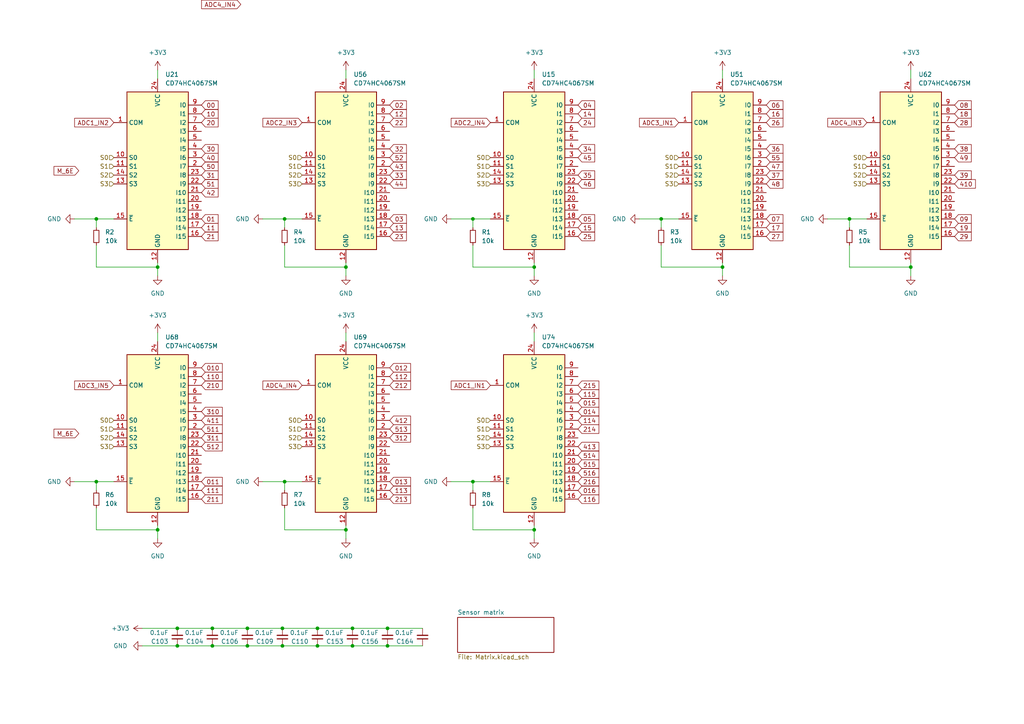
<source format=kicad_sch>
(kicad_sch (version 20231120) (generator "eeschema") (generator_version "8.0")
  (paper "A4")
  (lib_symbols
    (symbol "74xx:CD74HC4067SM"
      (property "Reference" "U" (at -8.89 22.86 0))
      (property "Value" "CD74HC4067SM" (at 1.27 22.86 0))
      (symbol "CD74HC4067SM_0_1"
        (rectangle (start -8.89 21.59) (end 8.89 -24.13) (stroke (width 0.254)) (fill (type background)))
      )
      (symbol "CD74HC4067SM_1_1"
        (pin passive line (at -12.7 12.7 0) (length 3.81) (name "COM") (number "1"))
        (pin input line (at -12.7 2.54 0) (length 3.81) (name "S0") (number "10"))
        (pin input line (at -12.7 0 0) (length 3.81) (name "S1") (number "11"))
        (pin power_in line (at 0 -27.94 90) (length 3.81) (name "GND") (number "12"))
        (pin input line (at -12.7 -5.08 0) (length 3.81) (name "S3") (number "13"))
        (pin input line (at -12.7 -2.54 0) (length 3.81) (name "S2") (number "14"))
        (pin input line (at -12.7 -15.24 0) (length 3.81) (name "~{E}") (number "15"))
        (pin passive line (at 12.7 -20.32 180) (length 3.81) (name "I15") (number "16"))
        (pin passive line (at 12.7 -17.78 180) (length 3.81) (name "I14") (number "17"))
        (pin passive line (at 12.7 -15.24 180) (length 3.81) (name "I13") (number "18"))
        (pin passive line (at 12.7 -12.7 180) (length 3.81) (name "I12") (number "19"))
        (pin passive line (at 12.7 0 180) (length 3.81) (name "I7") (number "2"))
        (pin passive line (at 12.7 -10.16 180) (length 3.81) (name "I11") (number "20"))
        (pin passive line (at 12.7 -7.62 180) (length 3.81) (name "I10") (number "21"))
        (pin passive line (at 12.7 -5.08 180) (length 3.81) (name "I9") (number "22"))
        (pin passive line (at 12.7 -2.54 180) (length 3.81) (name "I8") (number "23"))
        (pin power_in line (at 0 25.4 270) (length 3.81) (name "VCC") (number "24"))
        (pin passive line (at 12.7 2.54 180) (length 3.81) (name "I6") (number "3"))
        (pin passive line (at 12.7 5.08 180) (length 3.81) (name "I5") (number "4"))
        (pin passive line (at 12.7 7.62 180) (length 3.81) (name "I4") (number "5"))
        (pin passive line (at 12.7 10.16 180) (length 3.81) (name "I3") (number "6"))
        (pin passive line (at 12.7 12.7 180) (length 3.81) (name "I2") (number "7"))
        (pin passive line (at 12.7 15.24 180) (length 3.81) (name "I1") (number "8"))
        (pin passive line (at 12.7 17.78 180) (length 3.81) (name "I0") (number "9"))
      )
    )
    (symbol "Device:C_Small" (pin_numbers hide) (pin_names (offset 0.254) hide)
      (property "Reference" "C" (at 0.254 1.778 0))
      (property "Value" "C_Small" (at 0.254 -2.032 0))
      (symbol "C_Small_0_1"
        (polyline (pts (xy -1.524 -0.508) (xy 1.524 -0.508)) (stroke (width 0.3302)))
        (polyline (pts (xy -1.524 0.508) (xy 1.524 0.508)) (stroke (width 0.3048)))
      )
      (symbol "C_Small_1_1"
        (pin passive line (at 0 2.54 270) (length 2.032) (name "~") (number "1"))
        (pin passive line (at 0 -2.54 90) (length 2.032) (name "~") (number "2"))
      )
    )
    (symbol "Device:R_Small" (pin_numbers hide) (pin_names (offset 0.254) hide)
      (property "Reference" "R" (at 0.762 0.508 0))
      (property "Value" "R_Small" (at 0.762 -1.016 0))
      (symbol "R_Small_0_1"
        (rectangle (start -0.762 1.778) (end 0.762 -1.778) (stroke (width 0.2032)))
      )
      (symbol "R_Small_1_1"
        (pin passive line (at 0 2.54 270) (length 0.762) (name "~") (number "1"))
        (pin passive line (at 0 -2.54 90) (length 0.762) (name "~") (number "2"))
      )
    )
    (symbol "power:+3.3V" (power) (pin_names (offset 0))
      (property "Value" "+3.3V" (at 0 3.556 0))
      (symbol "+3.3V_0_1"
        (polyline (pts (xy -0.762 1.27) (xy 0 2.54)))
        (polyline (pts (xy 0 0) (xy 0 2.54)))
        (polyline (pts (xy 0 2.54) (xy 0.762 1.27)))
      )
      (symbol "+3.3V_1_1"
        (pin power_in line (at 0 0 90) (length 0) hide (name "+3V3") (number "1"))
      )
    )
    (symbol "power:+3V3" (power) (pin_names (offset 0))
      (property "Value" "+3V3" (at 0 3.556 0))
      (symbol "+3V3_0_1"
        (polyline (pts (xy -0.762 1.27) (xy 0 2.54)))
        (polyline (pts (xy 0 0) (xy 0 2.54)))
        (polyline (pts (xy 0 2.54) (xy 0.762 1.27)))
      )
      (symbol "+3V3_1_1"
        (pin power_in line (at 0 0 90) (length 0) hide (name "+3V3") (number "1"))
      )
    )
    (symbol "power:GND" (power) (pin_names (offset 0))
      (property "Value" "GND" (at 0 -3.81 0))
      (symbol "GND_0_1"
        (polyline (pts (xy 0 0) (xy 0 -1.27) (xy 1.27 -1.27) (xy 0 -2.54) (xy -1.27 -1.27) (xy 0 -1.27)))
      )
      (symbol "GND_1_1"
        (pin power_in line (at 0 0 270) (length 0) hide (name "GND") (number "1"))
      )
    )
  )
  (junction (at 264.16 77.47))
  (junction (at 154.94 153.67))
  (junction (at 81.915 182.245))
  (junction (at 92.075 187.325))
  (junction (at 27.94 63.5))
  (junction (at 209.55 77.47))
  (junction (at 82.55 63.5))
  (junction (at 82.55 139.7))
  (junction (at 112.395 182.245))
  (junction (at 71.755 182.245))
  (junction (at 137.16 139.7))
  (junction (at 61.595 187.325))
  (junction (at 100.33 153.67))
  (junction (at 246.38 63.5))
  (junction (at 81.915 187.325))
  (junction (at 45.72 77.47))
  (junction (at 154.94 77.47))
  (junction (at 112.395 187.325))
  (junction (at 27.94 139.7))
  (junction (at 61.595 182.245))
  (junction (at 102.235 187.325))
  (junction (at 191.77 63.5))
  (junction (at 51.435 182.245))
  (junction (at 45.72 153.67))
  (junction (at 51.435 187.325))
  (junction (at 71.755 187.325))
  (junction (at 102.235 182.245))
  (junction (at 137.16 63.5))
  (junction (at 92.075 182.245))
  (junction (at 100.33 77.47))
  (wire (pts (xy 100.33 153.67) (xy 100.33 156.21)))
  (wire (pts (xy 81.915 187.325) (xy 92.075 187.325)))
  (wire (pts (xy 137.16 139.7) (xy 137.16 142.24)))
  (wire (pts (xy 27.94 71.12) (xy 27.94 77.47)))
  (wire (pts (xy 45.72 153.67) (xy 45.72 156.21)))
  (wire (pts (xy 51.435 182.245) (xy 61.595 182.245)))
  (wire (pts (xy 61.595 182.245) (xy 71.755 182.245)))
  (wire (pts (xy 82.55 63.5) (xy 82.55 66.04)))
  (wire (pts (xy 137.16 63.5) (xy 142.24 63.5)))
  (wire (pts (xy 100.33 77.47) (xy 100.33 76.2)))
  (wire (pts (xy 27.94 139.7) (xy 33.02 139.7)))
  (wire (pts (xy 45.72 77.47) (xy 45.72 80.01)))
  (wire (pts (xy 191.77 63.5) (xy 191.77 66.04)))
  (wire (pts (xy 100.33 77.47) (xy 100.33 80.01)))
  (wire (pts (xy 27.94 147.32) (xy 27.94 153.67)))
  (wire (pts (xy 191.77 77.47) (xy 209.55 77.47)))
  (wire (pts (xy 264.16 77.47) (xy 264.16 80.01)))
  (wire (pts (xy 92.075 187.325) (xy 102.235 187.325)))
  (wire (pts (xy 82.55 147.32) (xy 82.55 153.67)))
  (wire (pts (xy 130.81 63.5) (xy 137.16 63.5)))
  (wire (pts (xy 246.38 63.5) (xy 251.46 63.5)))
  (wire (pts (xy 100.33 153.67) (xy 100.33 152.4)))
  (wire (pts (xy 27.94 139.7) (xy 27.94 142.24)))
  (wire (pts (xy 240.03 63.5) (xy 246.38 63.5)))
  (wire (pts (xy 264.16 20.32) (xy 264.16 22.86)))
  (wire (pts (xy 82.55 63.5) (xy 87.63 63.5)))
  (wire (pts (xy 51.435 187.325) (xy 61.595 187.325)))
  (wire (pts (xy 41.275 182.245) (xy 51.435 182.245)))
  (wire (pts (xy 137.16 153.67) (xy 154.94 153.67)))
  (wire (pts (xy 21.59 139.7) (xy 27.94 139.7)))
  (wire (pts (xy 61.595 187.325) (xy 71.755 187.325)))
  (wire (pts (xy 209.55 77.47) (xy 209.55 80.01)))
  (wire (pts (xy 71.755 182.245) (xy 81.915 182.245)))
  (wire (pts (xy 246.38 77.47) (xy 264.16 77.47)))
  (wire (pts (xy 137.16 63.5) (xy 137.16 66.04)))
  (wire (pts (xy 27.94 63.5) (xy 27.94 66.04)))
  (wire (pts (xy 137.16 147.32) (xy 137.16 153.67)))
  (wire (pts (xy 154.94 153.67) (xy 154.94 152.4)))
  (wire (pts (xy 82.55 153.67) (xy 100.33 153.67)))
  (wire (pts (xy 154.94 77.47) (xy 154.94 76.2)))
  (wire (pts (xy 45.72 153.67) (xy 45.72 152.4)))
  (wire (pts (xy 45.72 96.52) (xy 45.72 99.06)))
  (wire (pts (xy 209.55 77.47) (xy 209.55 76.2)))
  (wire (pts (xy 82.55 139.7) (xy 82.55 142.24)))
  (wire (pts (xy 154.94 20.32) (xy 154.94 22.86)))
  (wire (pts (xy 82.55 71.12) (xy 82.55 77.47)))
  (wire (pts (xy 137.16 139.7) (xy 142.24 139.7)))
  (wire (pts (xy 76.2 139.7) (xy 82.55 139.7)))
  (wire (pts (xy 82.55 77.47) (xy 100.33 77.47)))
  (wire (pts (xy 209.55 20.32) (xy 209.55 22.86)))
  (wire (pts (xy 45.72 77.47) (xy 45.72 76.2)))
  (wire (pts (xy 154.94 153.67) (xy 154.94 156.21)))
  (wire (pts (xy 27.94 153.67) (xy 45.72 153.67)))
  (wire (pts (xy 21.59 63.5) (xy 27.94 63.5)))
  (wire (pts (xy 100.33 20.32) (xy 100.33 22.86)))
  (wire (pts (xy 246.38 71.12) (xy 246.38 77.47)))
  (wire (pts (xy 154.94 96.52) (xy 154.94 99.06)))
  (wire (pts (xy 45.72 20.32) (xy 45.72 22.86)))
  (wire (pts (xy 27.94 77.47) (xy 45.72 77.47)))
  (wire (pts (xy 92.075 182.245) (xy 102.235 182.245)))
  (wire (pts (xy 41.275 187.325) (xy 51.435 187.325)))
  (wire (pts (xy 130.81 139.7) (xy 137.16 139.7)))
  (wire (pts (xy 191.77 63.5) (xy 196.85 63.5)))
  (wire (pts (xy 27.94 63.5) (xy 33.02 63.5)))
  (wire (pts (xy 112.395 182.245) (xy 122.555 182.245)))
  (wire (pts (xy 81.915 182.245) (xy 92.075 182.245)))
  (wire (pts (xy 112.395 187.325) (xy 122.555 187.325)))
  (wire (pts (xy 185.42 63.5) (xy 191.77 63.5)))
  (wire (pts (xy 154.94 77.47) (xy 154.94 80.01)))
  (wire (pts (xy 76.2 63.5) (xy 82.55 63.5)))
  (wire (pts (xy 191.77 71.12) (xy 191.77 77.47)))
  (wire (pts (xy 102.235 182.245) (xy 112.395 182.245)))
  (wire (pts (xy 137.16 71.12) (xy 137.16 77.47)))
  (wire (pts (xy 82.55 139.7) (xy 87.63 139.7)))
  (wire (pts (xy 100.33 96.52) (xy 100.33 99.06)))
  (wire (pts (xy 264.16 77.47) (xy 264.16 76.2)))
  (wire (pts (xy 246.38 63.5) (xy 246.38 66.04)))
  (wire (pts (xy 137.16 77.47) (xy 154.94 77.47)))
  (wire (pts (xy 71.755 187.325) (xy 81.915 187.325)))
  (wire (pts (xy 102.235 187.325) (xy 112.395 187.325)))
  (global_label "44" (shape input) (at 113.03 53.34 0) (property "Intersheetrefs" "${INTERSHEET_REFS}" (effects (hide yes))))
  (global_label "013" (shape input) (at 113.03 139.7 0) (property "Intersheetrefs" "${INTERSHEET_REFS}" (effects (hide yes))))
  (global_label "ADC3_IN1" (shape input) (at 196.85 35.56 180) (property "Intersheetrefs" "${INTERSHEET_REFS}" (effects (hide yes))))
  (global_label "07" (shape input) (at 222.25 63.5 0) (property "Intersheetrefs" "${INTERSHEET_REFS}" (effects (hide yes))))
  (global_label "311" (shape input) (at 58.42 127 0) (property "Intersheetrefs" "${INTERSHEET_REFS}" (effects (hide yes))))
  (global_label "312" (shape input) (at 113.03 127 0) (property "Intersheetrefs" "${INTERSHEET_REFS}" (effects (hide yes))))
  (global_label "210" (shape input) (at 58.42 111.76 0) (property "Intersheetrefs" "${INTERSHEET_REFS}" (effects (hide yes))))
  (global_label "47" (shape input) (at 222.25 48.26 0) (property "Intersheetrefs" "${INTERSHEET_REFS}" (effects (hide yes))))
  (global_label "24" (shape input) (at 167.64 35.56 0) (property "Intersheetrefs" "${INTERSHEET_REFS}" (effects (hide yes))))
  (global_label "011" (shape input) (at 58.42 139.7 0) (property "Intersheetrefs" "${INTERSHEET_REFS}" (effects (hide yes))))
  (global_label "46" (shape input) (at 167.64 53.34 0) (property "Intersheetrefs" "${INTERSHEET_REFS}" (effects (hide yes))))
  (global_label "35" (shape input) (at 167.64 50.8 0) (property "Intersheetrefs" "${INTERSHEET_REFS}" (effects (hide yes))))
  (global_label "M_6E" (shape input) (at 22.86 49.53 180) (property "Intersheetrefs" "${INTERSHEET_REFS}" (effects (hide yes))))
  (global_label "55" (shape input) (at 222.25 45.72 0) (property "Intersheetrefs" "${INTERSHEET_REFS}" (effects (hide yes))))
  (global_label "25" (shape input) (at 167.64 68.58 0) (property "Intersheetrefs" "${INTERSHEET_REFS}" (effects (hide yes))))
  (global_label "ADC4_IN4" (shape input) (at 69.85 1.27 180) (property "Intersheetrefs" "${INTERSHEET_REFS}" (effects (hide yes))))
  (global_label "15" (shape input) (at 167.64 66.04 0) (property "Intersheetrefs" "${INTERSHEET_REFS}" (effects (hide yes))))
  (global_label "27" (shape input) (at 222.25 68.58 0) (property "Intersheetrefs" "${INTERSHEET_REFS}" (effects (hide yes))))
  (global_label "40" (shape input) (at 58.42 45.72 0) (property "Intersheetrefs" "${INTERSHEET_REFS}" (effects (hide yes))))
  (global_label "10" (shape input) (at 58.42 33.02 0) (property "Intersheetrefs" "${INTERSHEET_REFS}" (effects (hide yes))))
  (global_label "112" (shape input) (at 113.03 109.22 0) (property "Intersheetrefs" "${INTERSHEET_REFS}" (effects (hide yes))))
  (global_label "34" (shape input) (at 167.64 43.18 0) (property "Intersheetrefs" "${INTERSHEET_REFS}" (effects (hide yes))))
  (global_label "08" (shape input) (at 276.86 30.48 0) (property "Intersheetrefs" "${INTERSHEET_REFS}" (effects (hide yes))))
  (global_label "010" (shape input) (at 58.42 106.68 0) (property "Intersheetrefs" "${INTERSHEET_REFS}" (effects (hide yes))))
  (global_label "03" (shape input) (at 113.03 63.5 0) (property "Intersheetrefs" "${INTERSHEET_REFS}" (effects (hide yes))))
  (global_label "014" (shape input) (at 167.64 119.38 0) (property "Intersheetrefs" "${INTERSHEET_REFS}" (effects (hide yes))))
  (global_label "11" (shape input) (at 58.42 66.04 0) (property "Intersheetrefs" "${INTERSHEET_REFS}" (effects (hide yes))))
  (global_label "36" (shape input) (at 222.25 43.18 0) (property "Intersheetrefs" "${INTERSHEET_REFS}" (effects (hide yes))))
  (global_label "49" (shape input) (at 276.86 45.72 0) (property "Intersheetrefs" "${INTERSHEET_REFS}" (effects (hide yes))))
  (global_label "37" (shape input) (at 222.25 50.8 0) (property "Intersheetrefs" "${INTERSHEET_REFS}" (effects (hide yes))))
  (global_label "12" (shape input) (at 113.03 33.02 0) (property "Intersheetrefs" "${INTERSHEET_REFS}" (effects (hide yes))))
  (global_label "42" (shape input) (at 58.42 55.88 0) (property "Intersheetrefs" "${INTERSHEET_REFS}" (effects (hide yes))))
  (global_label "ADC4_IN4" (shape input) (at 87.63 111.76 180) (property "Intersheetrefs" "${INTERSHEET_REFS}" (effects (hide yes))))
  (global_label "00" (shape input) (at 58.42 30.48 0) (property "Intersheetrefs" "${INTERSHEET_REFS}" (effects (hide yes))))
  (global_label "02" (shape input) (at 113.03 30.48 0) (property "Intersheetrefs" "${INTERSHEET_REFS}" (effects (hide yes))))
  (global_label "ADC1_IN2" (shape input) (at 33.02 35.56 180) (property "Intersheetrefs" "${INTERSHEET_REFS}" (effects (hide yes))))
  (global_label "38" (shape input) (at 276.86 43.18 0) (property "Intersheetrefs" "${INTERSHEET_REFS}" (effects (hide yes))))
  (global_label "16" (shape input) (at 222.25 33.02 0) (property "Intersheetrefs" "${INTERSHEET_REFS}" (effects (hide yes))))
  (global_label "513" (shape input) (at 113.03 124.46 0) (property "Intersheetrefs" "${INTERSHEET_REFS}" (effects (hide yes))))
  (global_label "52" (shape input) (at 113.03 45.72 0) (property "Intersheetrefs" "${INTERSHEET_REFS}" (effects (hide yes))))
  (global_label "ADC2_IN4" (shape input) (at 142.24 35.56 180) (property "Intersheetrefs" "${INTERSHEET_REFS}" (effects (hide yes))))
  (global_label "50" (shape input) (at 58.42 48.26 0) (property "Intersheetrefs" "${INTERSHEET_REFS}" (effects (hide yes))))
  (global_label "28" (shape input) (at 276.86 35.56 0) (property "Intersheetrefs" "${INTERSHEET_REFS}" (effects (hide yes))))
  (global_label "31" (shape input) (at 58.42 50.8 0) (property "Intersheetrefs" "${INTERSHEET_REFS}" (effects (hide yes))))
  (global_label "411" (shape input) (at 58.42 121.92 0) (property "Intersheetrefs" "${INTERSHEET_REFS}" (effects (hide yes))))
  (global_label "516" (shape input) (at 167.64 137.16 0) (property "Intersheetrefs" "${INTERSHEET_REFS}" (effects (hide yes))))
  (global_label "09" (shape input) (at 276.86 63.5 0) (property "Intersheetrefs" "${INTERSHEET_REFS}" (effects (hide yes))))
  (global_label "213" (shape input) (at 113.03 144.78 0) (property "Intersheetrefs" "${INTERSHEET_REFS}" (effects (hide yes))))
  (global_label "48" (shape input) (at 222.25 53.34 0) (property "Intersheetrefs" "${INTERSHEET_REFS}" (effects (hide yes))))
  (global_label "ADC3_IN5" (shape input) (at 33.02 111.76 180) (property "Intersheetrefs" "${INTERSHEET_REFS}" (effects (hide yes))))
  (global_label "14" (shape input) (at 167.64 33.02 0) (property "Intersheetrefs" "${INTERSHEET_REFS}" (effects (hide yes))))
  (global_label "17" (shape input) (at 222.25 66.04 0) (property "Intersheetrefs" "${INTERSHEET_REFS}" (effects (hide yes))))
  (global_label "214" (shape input) (at 167.64 124.46 0) (property "Intersheetrefs" "${INTERSHEET_REFS}" (effects (hide yes))))
  (global_label "215" (shape input) (at 167.64 111.76 0) (property "Intersheetrefs" "${INTERSHEET_REFS}" (effects (hide yes))))
  (global_label "412" (shape input) (at 113.03 121.92 0) (property "Intersheetrefs" "${INTERSHEET_REFS}" (effects (hide yes))))
  (global_label "ADC1_IN1" (shape input) (at 142.24 111.76 180) (property "Intersheetrefs" "${INTERSHEET_REFS}" (effects (hide yes))))
  (global_label "06" (shape input) (at 222.25 30.48 0) (property "Intersheetrefs" "${INTERSHEET_REFS}" (effects (hide yes))))
  (global_label "413" (shape input) (at 167.64 129.54 0) (property "Intersheetrefs" "${INTERSHEET_REFS}" (effects (hide yes))))
  (global_label "43" (shape input) (at 113.03 48.26 0) (property "Intersheetrefs" "${INTERSHEET_REFS}" (effects (hide yes))))
  (global_label "45" (shape input) (at 167.64 45.72 0) (property "Intersheetrefs" "${INTERSHEET_REFS}" (effects (hide yes))))
  (global_label "29" (shape input) (at 276.86 68.58 0) (property "Intersheetrefs" "${INTERSHEET_REFS}" (effects (hide yes))))
  (global_label "M_6E" (shape input) (at 22.86 125.73 180) (property "Intersheetrefs" "${INTERSHEET_REFS}" (effects (hide yes))))
  (global_label "515" (shape input) (at 167.64 134.62 0) (property "Intersheetrefs" "${INTERSHEET_REFS}" (effects (hide yes))))
  (global_label "ADC4_IN3" (shape input) (at 69.85 -3.81 180) (property "Intersheetrefs" "${INTERSHEET_REFS}" (effects (hide yes))))
  (global_label "016" (shape input) (at 167.64 142.24 0) (property "Intersheetrefs" "${INTERSHEET_REFS}" (effects (hide yes))))
  (global_label "511" (shape input) (at 58.42 124.46 0) (property "Intersheetrefs" "${INTERSHEET_REFS}" (effects (hide yes))))
  (global_label "20" (shape input) (at 58.42 35.56 0) (property "Intersheetrefs" "${INTERSHEET_REFS}" (effects (hide yes))))
  (global_label "21" (shape input) (at 58.42 68.58 0) (property "Intersheetrefs" "${INTERSHEET_REFS}" (effects (hide yes))))
  (global_label "05" (shape input) (at 167.64 63.5 0) (property "Intersheetrefs" "${INTERSHEET_REFS}" (effects (hide yes))))
  (global_label "212" (shape input) (at 113.03 111.76 0) (property "Intersheetrefs" "${INTERSHEET_REFS}" (effects (hide yes))))
  (global_label "33" (shape input) (at 113.03 50.8 0) (property "Intersheetrefs" "${INTERSHEET_REFS}" (effects (hide yes))))
  (global_label "111" (shape input) (at 58.42 142.24 0) (property "Intersheetrefs" "${INTERSHEET_REFS}" (effects (hide yes))))
  (global_label "216" (shape input) (at 167.64 139.7 0) (property "Intersheetrefs" "${INTERSHEET_REFS}" (effects (hide yes))))
  (global_label "39" (shape input) (at 276.86 50.8 0) (property "Intersheetrefs" "${INTERSHEET_REFS}" (effects (hide yes))))
  (global_label "30" (shape input) (at 58.42 43.18 0) (property "Intersheetrefs" "${INTERSHEET_REFS}" (effects (hide yes))))
  (global_label "012" (shape input) (at 113.03 106.68 0) (property "Intersheetrefs" "${INTERSHEET_REFS}" (effects (hide yes))))
  (global_label "51" (shape input) (at 58.42 53.34 0) (property "Intersheetrefs" "${INTERSHEET_REFS}" (effects (hide yes))))
  (global_label "26" (shape input) (at 222.25 35.56 0) (property "Intersheetrefs" "${INTERSHEET_REFS}" (effects (hide yes))))
  (global_label "18" (shape input) (at 276.86 33.02 0) (property "Intersheetrefs" "${INTERSHEET_REFS}" (effects (hide yes))))
  (global_label "514" (shape input) (at 167.64 132.08 0) (property "Intersheetrefs" "${INTERSHEET_REFS}" (effects (hide yes))))
  (global_label "ADC2_IN3" (shape input) (at 87.63 35.56 180) (property "Intersheetrefs" "${INTERSHEET_REFS}" (effects (hide yes))))
  (global_label "410" (shape input) (at 276.86 53.34 0) (property "Intersheetrefs" "${INTERSHEET_REFS}" (effects (hide yes))))
  (global_label "04" (shape input) (at 167.64 30.48 0) (property "Intersheetrefs" "${INTERSHEET_REFS}" (effects (hide yes))))
  (global_label "32" (shape input) (at 113.03 43.18 0) (property "Intersheetrefs" "${INTERSHEET_REFS}" (effects (hide yes))))
  (global_label "23" (shape input) (at 113.03 68.58 0) (property "Intersheetrefs" "${INTERSHEET_REFS}" (effects (hide yes))))
  (global_label "310" (shape input) (at 58.42 119.38 0) (property "Intersheetrefs" "${INTERSHEET_REFS}" (effects (hide yes))))
  (global_label "015" (shape input) (at 167.64 116.84 0) (property "Intersheetrefs" "${INTERSHEET_REFS}" (effects (hide yes))))
  (global_label "ADC3_IN5" (shape input) (at 69.85 -1.27 180) (property "Intersheetrefs" "${INTERSHEET_REFS}" (effects (hide yes))))
  (global_label "22" (shape input) (at 113.03 35.56 0) (property "Intersheetrefs" "${INTERSHEET_REFS}" (effects (hide yes))))
  (global_label "115" (shape input) (at 167.64 114.3 0) (property "Intersheetrefs" "${INTERSHEET_REFS}" (effects (hide yes))))
  (global_label "116" (shape input) (at 167.64 144.78 0) (property "Intersheetrefs" "${INTERSHEET_REFS}" (effects (hide yes))))
  (global_label "512" (shape input) (at 58.42 129.54 0) (property "Intersheetrefs" "${INTERSHEET_REFS}" (effects (hide yes))))
  (global_label "19" (shape input) (at 276.86 66.04 0) (property "Intersheetrefs" "${INTERSHEET_REFS}" (effects (hide yes))))
  (global_label "211" (shape input) (at 58.42 144.78 0) (property "Intersheetrefs" "${INTERSHEET_REFS}" (effects (hide yes))))
  (global_label "113" (shape input) (at 113.03 142.24 0) (property "Intersheetrefs" "${INTERSHEET_REFS}" (effects (hide yes))))
  (global_label "ADC4_IN3" (shape input) (at 251.46 35.56 180) (property "Intersheetrefs" "${INTERSHEET_REFS}" (effects (hide yes))))
  (global_label "110" (shape input) (at 58.42 109.22 0) (property "Intersheetrefs" "${INTERSHEET_REFS}" (effects (hide yes))))
  (global_label "01" (shape input) (at 58.42 63.5 0) (property "Intersheetrefs" "${INTERSHEET_REFS}" (effects (hide yes))))
  (global_label "13" (shape input) (at 113.03 66.04 0) (property "Intersheetrefs" "${INTERSHEET_REFS}" (effects (hide yes))))
  (global_label "114" (shape input) (at 167.64 121.92 0) (property "Intersheetrefs" "${INTERSHEET_REFS}" (effects (hide yes))))
  (hierarchical_label "S2" (shape input) (at 33.02 50.8 180))
  (hierarchical_label "S3" (shape input) (at 33.02 129.54 180))
  (hierarchical_label "S3" (shape input) (at 33.02 53.34 180))
  (hierarchical_label "S0" (shape input) (at 33.02 45.72 180))
  (hierarchical_label "S2" (shape input) (at 87.63 50.8 180))
  (hierarchical_label "S1" (shape input) (at 196.85 48.26 180))
  (hierarchical_label "S0" (shape input) (at 196.85 45.72 180))
  (hierarchical_label "S1" (shape input) (at 142.24 48.26 180))
  (hierarchical_label "S3" (shape input) (at 142.24 53.34 180))
  (hierarchical_label "S1" (shape input) (at 33.02 48.26 180))
  (hierarchical_label "S1" (shape input) (at 87.63 48.26 180))
  (hierarchical_label "S2" (shape input) (at 142.24 50.8 180))
  (hierarchical_label "S0" (shape input) (at 142.24 121.92 180))
  (hierarchical_label "S1" (shape input) (at 142.24 124.46 180))
  (hierarchical_label "S0" (shape input) (at 33.02 121.92 180))
  (hierarchical_label "S2" (shape input) (at 87.63 127 180))
  (hierarchical_label "S0" (shape input) (at 87.63 121.92 180))
  (hierarchical_label "S2" (shape input) (at 142.24 127 180))
  (hierarchical_label "S1" (shape input) (at 251.46 48.26 180))
  (hierarchical_label "S1" (shape input) (at 33.02 124.46 180))
  (hierarchical_label "S0" (shape input) (at 251.46 45.72 180))
  (hierarchical_label "S3" (shape input) (at 142.24 129.54 180))
  (hierarchical_label "S2" (shape input) (at 33.02 127 180))
  (hierarchical_label "S0" (shape input) (at 142.24 45.72 180))
  (hierarchical_label "S0" (shape input) (at 87.63 45.72 180))
  (hierarchical_label "S3" (shape input) (at 196.85 53.34 180))
  (hierarchical_label "S3" (shape input) (at 87.63 53.34 180))
  (hierarchical_label "S1" (shape input) (at 87.63 124.46 180))
  (hierarchical_label "S2" (shape input) (at 251.46 50.8 180))
  (hierarchical_label "S3" (shape input) (at 251.46 53.34 180))
  (hierarchical_label "S2" (shape input) (at 196.85 50.8 180))
  (hierarchical_label "S3" (shape input) (at 87.63 129.54 180))
  (symbol (lib_id "power:GND") (at 41.275 187.325 270) (unit 1)
    (property "Reference" "#PWR0132" (effects (hide yes)))
    (property "Value" "GND" (at 34.925 187.325 90))
  )
  (symbol (lib_id "power:+3.3V") (at 264.16 20.32 0) (unit 1)
    (property "Reference" "#PWR0286" (effects (hide yes)))
    (property "Value" "+3V3" (at 264.16 15.24 0))
  )
  (symbol (lib_id "power:GND") (at 21.59 139.7 270) (unit 1)
    (property "Reference" "#PWR0292" (effects (hide yes)))
    (property "Value" "GND" (at 17.78 139.7 90) (effects (justify right)))
  )
  (symbol (lib_id "Device:C_Small") (at 122.555 184.785 180) (unit 1)
    (property "Reference" "C164" (at 120.015 186.0488 0) (effects (justify left)))
    (property "Value" "0.1uF" (at 120.015 183.5088 0) (effects (justify left)))
    (property "Footprint" "Common_Footprint:C_0402" (effects (hide yes)))
  )
  (symbol (lib_id "74xx:CD74HC4067SM") (at 100.33 48.26 0) (unit 1)
    (property "Reference" "U56" (at 102.5241 21.59 0) (effects (justify left)))
    (property "Value" "CD74HC4067SM" (at 102.5241 24.13 0) (effects (justify left)))
    (property "Footprint" "Package_SO:TSSOP-24_4.4x7.8mm_P0.65mm" (effects (hide yes)))
    (property "Datasheet" "http://www.ti.com/lit/ds/symlink/cd74hc4067.pdf" (effects (hide yes)))
  )
  (symbol (lib_id "power:GND") (at 100.33 156.21 0) (unit 1)
    (property "Reference" "#PWR0299" (effects (hide yes)))
    (property "Value" "GND" (at 100.33 161.29 0))
  )
  (symbol (lib_id "74xx:CD74HC4067SM") (at 154.94 48.26 0) (unit 1)
    (property "Reference" "U15" (at 157.1341 21.59 0) (effects (justify left)))
    (property "Value" "CD74HC4067SM" (at 157.1341 24.13 0) (effects (justify left)))
    (property "Footprint" "Package_SO:TSSOP-24_4.4x7.8mm_P0.65mm" (effects (hide yes)))
    (property "Datasheet" "http://www.ti.com/lit/ds/symlink/cd74hc4067.pdf" (effects (hide yes)))
  )
  (symbol (lib_id "Device:R_Small") (at 82.55 68.58 0) (unit 1)
    (property "Reference" "R4" (at 85.09 67.31 0) (effects (justify left)))
    (property "Value" "10k" (at 85.09 69.85 0) (effects (justify left)))
    (property "Footprint" "sanproject-keyboard-part:R_0402" (effects (hide yes)))
  )
  (symbol (lib_id "power:GND") (at 209.55 80.01 0) (unit 1)
    (property "Reference" "#PWR0279" (effects (hide yes)))
    (property "Value" "GND" (at 209.55 85.09 0))
  )
  (symbol (lib_id "power:+3.3V") (at 100.33 20.32 0) (unit 1)
    (property "Reference" "#PWR0282" (effects (hide yes)))
    (property "Value" "+3V3" (at 100.33 15.24 0))
  )
  (symbol (lib_id "Device:R_Small") (at 246.38 68.58 0) (unit 1)
    (property "Reference" "R5" (at 248.92 67.31 0) (effects (justify left)))
    (property "Value" "10k" (at 248.92 69.85 0) (effects (justify left)))
    (property "Footprint" "sanproject-keyboard-part:R_0402" (effects (hide yes)))
  )
  (symbol (lib_id "Device:C_Small") (at 102.235 184.785 180) (unit 1)
    (property "Reference" "C153" (at 99.695 186.0488 0) (effects (justify left)))
    (property "Value" "0.1uF" (at 99.695 183.5088 0) (effects (justify left)))
    (property "Footprint" "Common_Footprint:C_0402" (effects (hide yes)))
  )
  (symbol (lib_id "74xx:CD74HC4067SM") (at 209.55 48.26 0) (unit 1)
    (property "Reference" "U51" (at 211.7441 21.59 0) (effects (justify left)))
    (property "Value" "CD74HC4067SM" (at 211.7441 24.13 0) (effects (justify left)))
    (property "Footprint" "Package_SO:TSSOP-24_4.4x7.8mm_P0.65mm" (effects (hide yes)))
    (property "Datasheet" "http://www.ti.com/lit/ds/symlink/cd74hc4067.pdf" (effects (hide yes)))
  )
  (symbol (lib_id "power:+3V3") (at 41.275 182.245 90) (unit 1)
    (property "Reference" "#PWR073" (effects (hide yes)))
    (property "Value" "+3V3" (at 34.925 182.245 90))
  )
  (symbol (lib_id "power:+3.3V") (at 45.72 20.32 0) (unit 1)
    (property "Reference" "#PWR0275" (effects (hide yes)))
    (property "Value" "+3V3" (at 45.72 15.24 0))
  )
  (symbol (lib_id "power:GND") (at 240.03 63.5 270) (unit 1)
    (property "Reference" "#PWR0281" (effects (hide yes)))
    (property "Value" "GND" (at 236.22 63.5 90) (effects (justify right)))
  )
  (symbol (lib_id "power:GND") (at 45.72 156.21 0) (unit 1)
    (property "Reference" "#PWR0296" (effects (hide yes)))
    (property "Value" "GND" (at 45.72 161.29 0))
  )
  (symbol (lib_id "power:+3.3V") (at 154.94 20.32 0) (unit 1)
    (property "Reference" "#PWR0187" (effects (hide yes)))
    (property "Value" "+3V3" (at 154.94 15.24 0))
  )
  (symbol (lib_id "Device:C_Small") (at 81.915 184.785 180) (unit 1)
    (property "Reference" "C109" (at 79.375 186.0488 0) (effects (justify left)))
    (property "Value" "0.1uF" (at 79.375 183.5088 0) (effects (justify left)))
    (property "Footprint" "Common_Footprint:C_0402" (effects (hide yes)))
  )
  (symbol (lib_id "power:GND") (at 154.94 80.01 0) (unit 1)
    (property "Reference" "#PWR0210" (effects (hide yes)))
    (property "Value" "GND" (at 154.94 85.09 0))
  )
  (symbol (lib_id "74xx:CD74HC4067SM") (at 264.16 48.26 0) (unit 1)
    (property "Reference" "U62" (at 266.3541 21.59 0) (effects (justify left)))
    (property "Value" "CD74HC4067SM" (at 266.3541 24.13 0) (effects (justify left)))
    (property "Footprint" "Package_SO:TSSOP-24_4.4x7.8mm_P0.65mm" (effects (hide yes)))
    (property "Datasheet" "http://www.ti.com/lit/ds/symlink/cd74hc4067.pdf" (effects (hide yes)))
  )
  (symbol (lib_id "power:GND") (at 76.2 63.5 270) (unit 1)
    (property "Reference" "#PWR0280" (effects (hide yes)))
    (property "Value" "GND" (at 72.39 63.5 90) (effects (justify right)))
  )
  (symbol (lib_id "Device:R_Small") (at 191.77 68.58 0) (unit 1)
    (property "Reference" "R3" (at 194.31 67.31 0) (effects (justify left)))
    (property "Value" "10k" (at 194.31 69.85 0) (effects (justify left)))
    (property "Footprint" "sanproject-keyboard-part:R_0402" (effects (hide yes)))
  )
  (symbol (lib_id "Device:R_Small") (at 137.16 144.78 0) (unit 1)
    (property "Reference" "R8" (at 139.7 143.51 0) (effects (justify left)))
    (property "Value" "10k" (at 139.7 146.05 0) (effects (justify left)))
    (property "Footprint" "sanproject-keyboard-part:R_0402" (effects (hide yes)))
  )
  (symbol (lib_id "power:GND") (at 100.33 80.01 0) (unit 1)
    (property "Reference" "#PWR0283" (effects (hide yes)))
    (property "Value" "GND" (at 100.33 85.09 0))
  )
  (symbol (lib_id "74xx:CD74HC4067SM") (at 45.72 124.46 0) (unit 1)
    (property "Reference" "U68" (at 47.9141 97.79 0) (effects (justify left)))
    (property "Value" "CD74HC4067SM" (at 47.9141 100.33 0) (effects (justify left)))
    (property "Footprint" "Package_SO:TSSOP-24_4.4x7.8mm_P0.65mm" (effects (hide yes)))
    (property "Datasheet" "http://www.ti.com/lit/ds/symlink/cd74hc4067.pdf" (effects (hide yes)))
  )
  (symbol (lib_id "74xx:CD74HC4067SM") (at 154.94 124.46 0) (unit 1)
    (property "Reference" "U74" (at 157.1341 97.79 0) (effects (justify left)))
    (property "Value" "CD74HC4067SM" (at 157.1341 100.33 0) (effects (justify left)))
    (property "Footprint" "Package_SO:TSSOP-24_4.4x7.8mm_P0.65mm" (effects (hide yes)))
    (property "Datasheet" "http://www.ti.com/lit/ds/symlink/cd74hc4067.pdf" (effects (hide yes)))
  )
  (symbol (lib_id "power:GND") (at 185.42 63.5 270) (unit 1)
    (property "Reference" "#PWR0271" (effects (hide yes)))
    (property "Value" "GND" (at 181.61 63.5 90) (effects (justify right)))
  )
  (symbol (lib_id "Device:C_Small") (at 112.395 184.785 180) (unit 1)
    (property "Reference" "C156" (at 109.855 186.0488 0) (effects (justify left)))
    (property "Value" "0.1uF" (at 109.855 183.5088 0) (effects (justify left)))
    (property "Footprint" "Common_Footprint:C_0402" (effects (hide yes)))
  )
  (symbol (lib_id "power:GND") (at 130.81 63.5 270) (unit 1)
    (property "Reference" "#PWR0133" (effects (hide yes)))
    (property "Value" "GND" (at 127 63.5 90) (effects (justify right)))
  )
  (symbol (lib_id "power:GND") (at 21.59 63.5 270) (unit 1)
    (property "Reference" "#PWR0211" (effects (hide yes)))
    (property "Value" "GND" (at 17.78 63.5 90) (effects (justify right)))
  )
  (symbol (lib_id "power:+3.3V") (at 154.94 96.52 0) (unit 1)
    (property "Reference" "#PWR0301" (effects (hide yes)))
    (property "Value" "+3V3" (at 154.94 91.44 0))
  )
  (symbol (lib_id "74xx:CD74HC4067SM") (at 45.72 48.26 0) (unit 1)
    (property "Reference" "U21" (at 47.9141 21.59 0) (effects (justify left)))
    (property "Value" "CD74HC4067SM" (at 47.9141 24.13 0) (effects (justify left)))
    (property "Footprint" "Package_SO:TSSOP-24_4.4x7.8mm_P0.65mm" (effects (hide yes)))
    (property "Datasheet" "http://www.ti.com/lit/ds/symlink/cd74hc4067.pdf" (effects (hide yes)))
  )
  (symbol (lib_id "power:GND") (at 76.2 139.7 270) (unit 1)
    (property "Reference" "#PWR0297" (effects (hide yes)))
    (property "Value" "GND" (at 72.39 139.7 90) (effects (justify right)))
  )
  (symbol (lib_id "Device:C_Small") (at 92.075 184.785 180) (unit 1)
    (property "Reference" "C110" (at 89.535 186.0488 0) (effects (justify left)))
    (property "Value" "0.1uF" (at 89.535 183.5088 0) (effects (justify left)))
    (property "Footprint" "Common_Footprint:C_0402" (effects (hide yes)))
  )
  (symbol (lib_id "power:GND") (at 154.94 156.21 0) (unit 1)
    (property "Reference" "#PWR0302" (effects (hide yes)))
    (property "Value" "GND" (at 154.94 161.29 0))
  )
  (symbol (lib_id "Device:C_Small") (at 51.435 184.785 180) (unit 1)
    (property "Reference" "C103" (at 48.895 186.0488 0) (effects (justify left)))
    (property "Value" "0.1uF" (at 48.895 183.5088 0) (effects (justify left)))
    (property "Footprint" "Common_Footprint:C_0402" (effects (hide yes)))
  )
  (symbol (lib_id "power:+3.3V") (at 45.72 96.52 0) (unit 1)
    (property "Reference" "#PWR0295" (effects (hide yes)))
    (property "Value" "+3V3" (at 45.72 91.44 0))
  )
  (symbol (lib_id "Device:R_Small") (at 137.16 68.58 0) (unit 1)
    (property "Reference" "R1" (at 139.7 67.31 0) (effects (justify left)))
    (property "Value" "10k" (at 139.7 69.85 0) (effects (justify left)))
    (property "Footprint" "sanproject-keyboard-part:R_0402" (effects (hide yes)))
  )
  (symbol (lib_id "power:+3.3V") (at 100.33 96.52 0) (unit 1)
    (property "Reference" "#PWR0298" (effects (hide yes)))
    (property "Value" "+3V3" (at 100.33 91.44 0))
  )
  (symbol (lib_id "power:GND") (at 264.16 80.01 0) (unit 1)
    (property "Reference" "#PWR0289" (effects (hide yes)))
    (property "Value" "GND" (at 264.16 85.09 0))
  )
  (symbol (lib_id "Device:C_Small") (at 61.595 184.785 180) (unit 1)
    (property "Reference" "C104" (at 59.055 186.0488 0) (effects (justify left)))
    (property "Value" "0.1uF" (at 59.055 183.5088 0) (effects (justify left)))
    (property "Footprint" "Common_Footprint:C_0402" (effects (hide yes)))
  )
  (symbol (lib_id "74xx:CD74HC4067SM") (at 100.33 124.46 0) (unit 1)
    (property "Reference" "U69" (at 102.5241 97.79 0) (effects (justify left)))
    (property "Value" "CD74HC4067SM" (at 102.5241 100.33 0) (effects (justify left)))
    (property "Footprint" "Package_SO:TSSOP-24_4.4x7.8mm_P0.65mm" (effects (hide yes)))
    (property "Datasheet" "http://www.ti.com/lit/ds/symlink/cd74hc4067.pdf" (effects (hide yes)))
  )
  (symbol (lib_id "Device:R_Small") (at 82.55 144.78 0) (unit 1)
    (property "Reference" "R7" (at 85.09 143.51 0) (effects (justify left)))
    (property "Value" "10k" (at 85.09 146.05 0) (effects (justify left)))
    (property "Footprint" "sanproject-keyboard-part:R_0402" (effects (hide yes)))
  )
  (symbol (lib_id "Device:R_Small") (at 27.94 68.58 0) (unit 1)
    (property "Reference" "R2" (at 30.48 67.31 0) (effects (justify left)))
    (property "Value" "10k" (at 30.48 69.85 0) (effects (justify left)))
    (property "Footprint" "sanproject-keyboard-part:R_0402" (effects (hide yes)))
  )
  (symbol (lib_id "Device:R_Small") (at 27.94 144.78 0) (unit 1)
    (property "Reference" "R6" (at 30.48 143.51 0) (effects (justify left)))
    (property "Value" "10k" (at 30.48 146.05 0) (effects (justify left)))
    (property "Footprint" "sanproject-keyboard-part:R_0402" (effects (hide yes)))
  )
  (symbol (lib_id "power:GND") (at 130.81 139.7 270) (unit 1)
    (property "Reference" "#PWR0300" (effects (hide yes)))
    (property "Value" "GND" (at 127 139.7 90) (effects (justify right)))
  )
  (symbol (lib_id "Device:C_Small") (at 71.755 184.785 180) (unit 1)
    (property "Reference" "C106" (at 69.215 186.0488 0) (effects (justify left)))
    (property "Value" "0.1uF" (at 69.215 183.5088 0) (effects (justify left)))
    (property "Footprint" "Common_Footprint:C_0402" (effects (hide yes)))
  )
  (symbol (lib_id "power:+3.3V") (at 209.55 20.32 0) (unit 1)
    (property "Reference" "#PWR0277" (effects (hide yes)))
    (property "Value" "+3V3" (at 209.55 15.24 0))
  )
  (symbol (lib_id "power:GND") (at 45.72 80.01 0) (unit 1)
    (property "Reference" "#PWR0276" (effects (hide yes)))
    (property "Value" "GND" (at 45.72 85.09 0))
  )
  (sheet (at 132.715 179.07) (size 27.94 10.16) (stroke (width 0.1524))
    (property "Sheetname" "Sensor matrix" (at 132.715 178.3584 0) (effects (justify left bottom)))
    (property "Sheetfile" "Matrix.kicad_sch" (at 132.715 189.8146 0) (effects (justify left top)))
  )
)
</source>
